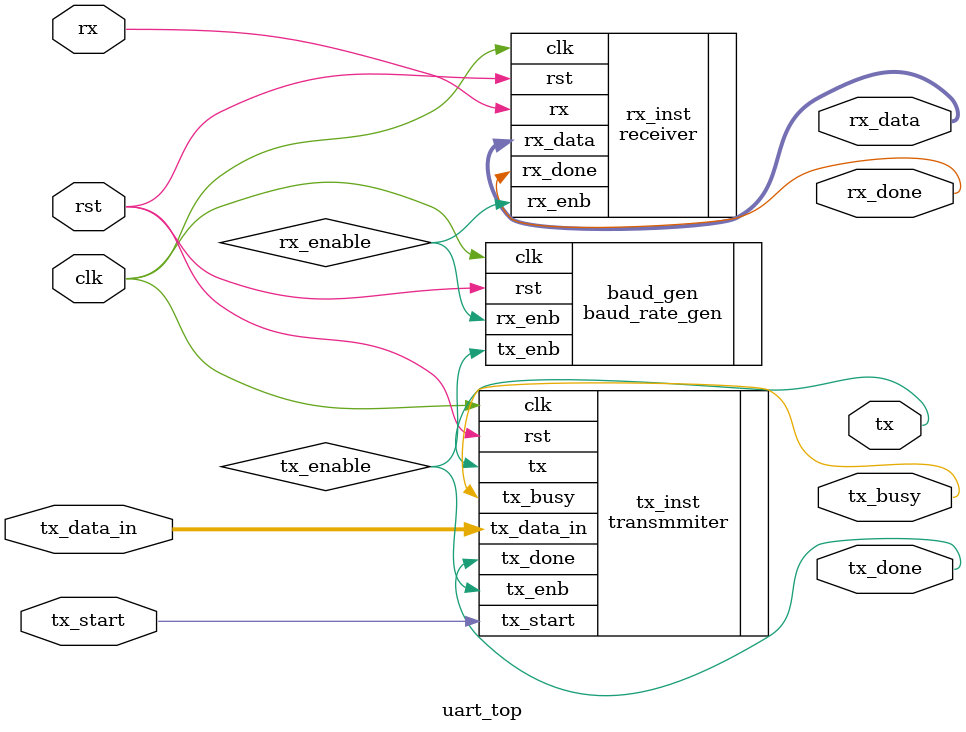
<source format=v>
module uart_top
  (
    input  wire clk,
    input  wire rst,
    
    // RX Interface
    input  wire rx,
    output wire [7:0] rx_data,
    output wire rx_done,
    
    // TX Interface
    input  wire tx_start,
    input  wire [7:0] tx_data_in,
    output wire tx,
    output wire tx_busy,
    output wire tx_done
  );

  // Wires to connect Baud Generator 
  wire tx_enable;
  wire rx_enable;

  baud_rate_gen baud_gen (
    .clk(clk),
    .rst(rst),
    .tx_enb(tx_enable),
    .rx_enb(rx_enable)
  );

  transmmiter tx_inst (
    .clk(clk),
    .rst(rst),
    .tx_start(tx_start),
    .tx_data_in(tx_data_in),
    .tx_enb(tx_enable),
    .tx(tx),
    .tx_busy(tx_busy),
    .tx_done(tx_done)
  );

  receiver rx_inst (
    .clk(clk),
    .rst(rst),
    .rx(rx),
    .rx_enb(rx_enable), 
    .rx_done(rx_done),
    .rx_data(rx_data)
  );

endmodule

</source>
